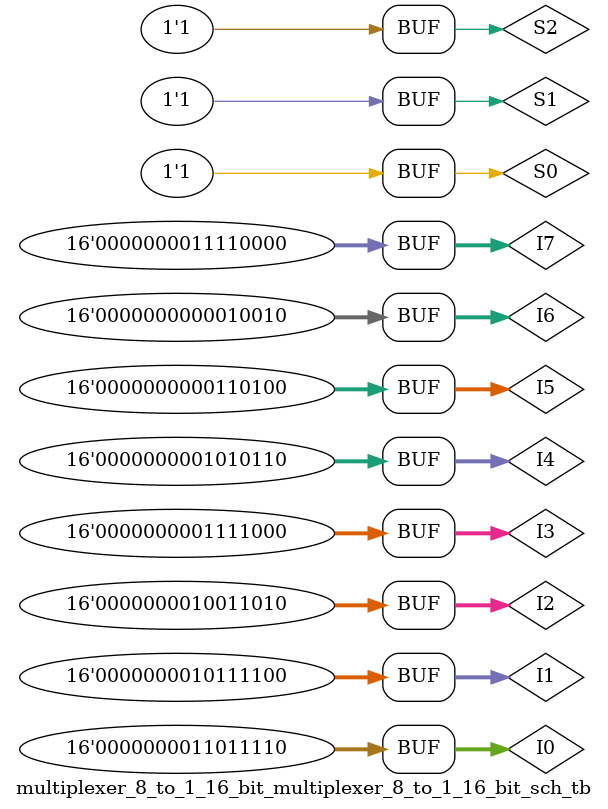
<source format=v>

`timescale 1ns / 1ps

module multiplexer_8_to_1_16_bit_multiplexer_8_to_1_16_bit_sch_tb();

// Inputs
   reg [15:0] I6;
   reg [15:0] I5;
   reg [15:0] I4;
   reg [15:0] I3;
   reg [15:0] I2;
   reg [15:0] I1;
   reg [15:0] I0;
   reg [15:0] I7;
   reg S2;
   reg S1;
   reg S0;

// Output
   wire [15:0] Y;

// Bidirs

// Instantiate the UUT
   multiplexer_8_to_1_16_bit UUT (
		.Y(Y), 
		.I6(I6), 
		.I5(I5), 
		.I4(I4), 
		.I3(I3), 
		.I2(I2), 
		.I1(I1), 
		.I0(I0), 
		.I7(I7), 
		.S2(S2), 
		.S1(S1), 
		.S0(S0)
   );
// Initialize Inputs

	initial begin
		I6[15:0] = 16'h12;
		I5[15:0] = 16'h34;
		I4[15:0] = 16'h56;
		I3[15:0] = 16'h78;
		I2[15:0] = 16'h9A;
		I1[15:0] = 16'hBC;
		I0[15:0] = 16'hDE;
		I7[15:0] = 16'hF0;
		S2 = 0;
		S1 = 0;
		S0 = 0;
		#5;
		S2 = 0;
		S1 = 0;
		S0 = 1;
		#5;
		S2 = 0;
		S1 = 1;
		S0 = 0;
		#5;
		S2 = 0;
		S1 = 1;
		S0 = 1;
		#5;
		S2 = 1;
		S1 = 0;
		S0 = 0;
		#5;
		S2 = 1;
		S1 = 0;
		S0 = 1;
		#5;
		S2 = 1;
		S1 = 1;
		S0 = 0;
		#5;
		S2 = 1;
		S1 = 1;
		S0 = 1;
		#5;
   end
endmodule

</source>
